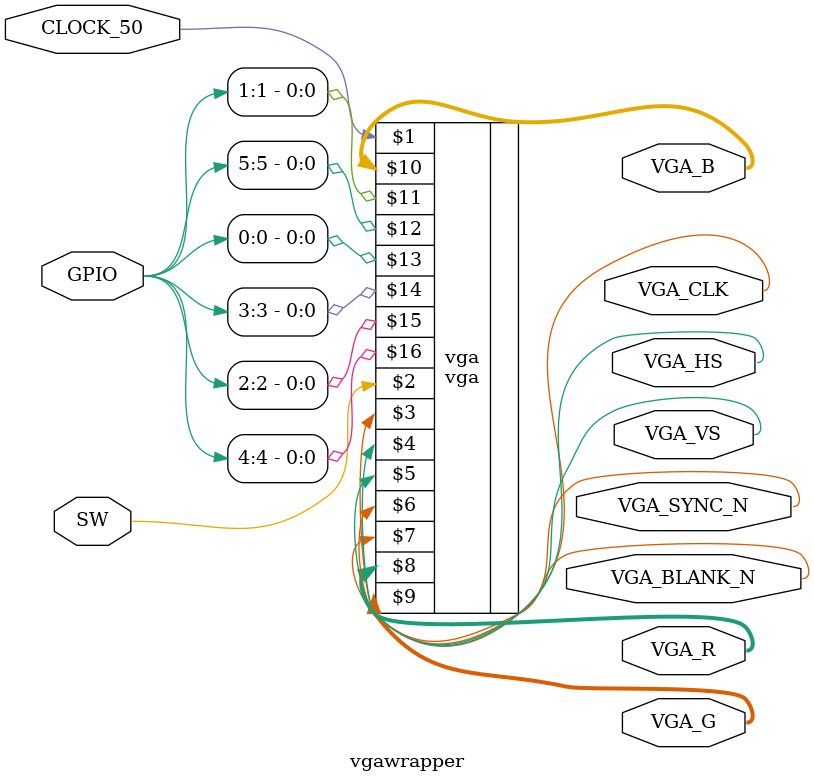
<source format=sv>
module vgawrapper(input  logic       CLOCK_50,
                  input  logic [0:0] SW, 

                         inout logic [5:0] GPIO, // 3 inputs for each controller 

                         output logic       VGA_CLK, 
                  output logic       VGA_HS,
                  output logic       VGA_VS,
                  output logic       VGA_SYNC_N,
                  output logic       VGA_BLANK_N,
                  output logic [7:0] VGA_R,
                  output logic [7:0] VGA_G,
                  output logic [7:0] VGA_B);


  vga vga(CLOCK_50, SW[0], VGA_CLK, VGA_HS, VGA_VS, VGA_SYNC_N, VGA_BLANK_N,
             VGA_R, VGA_G, VGA_B,GPIO[1],GPIO[5],GPIO[0],GPIO[3],GPIO[2],GPIO[4]);

endmodule

</source>
